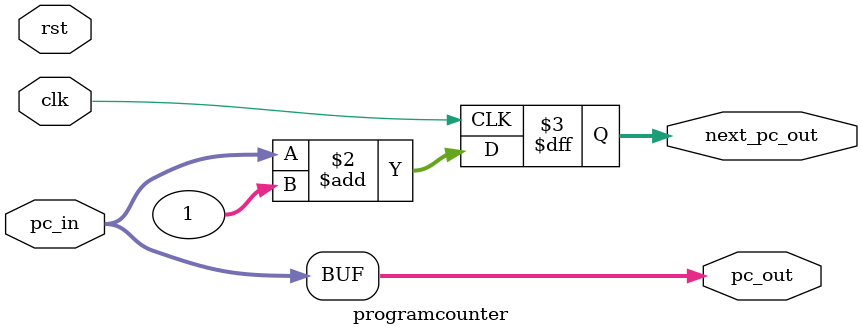
<source format=v>
module programcounter (clk, rst, pc_in, pc_out, next_pc_out);

input clk, rst;
input[31:0] pc_in;
output [31:0] pc_out;
output reg[31:0] next_pc_out;

assign pc_out = pc_in;
always @(posedge clk ) begin
    next_pc_out <= pc_out + 32'b1;        
end
endmodule
</source>
